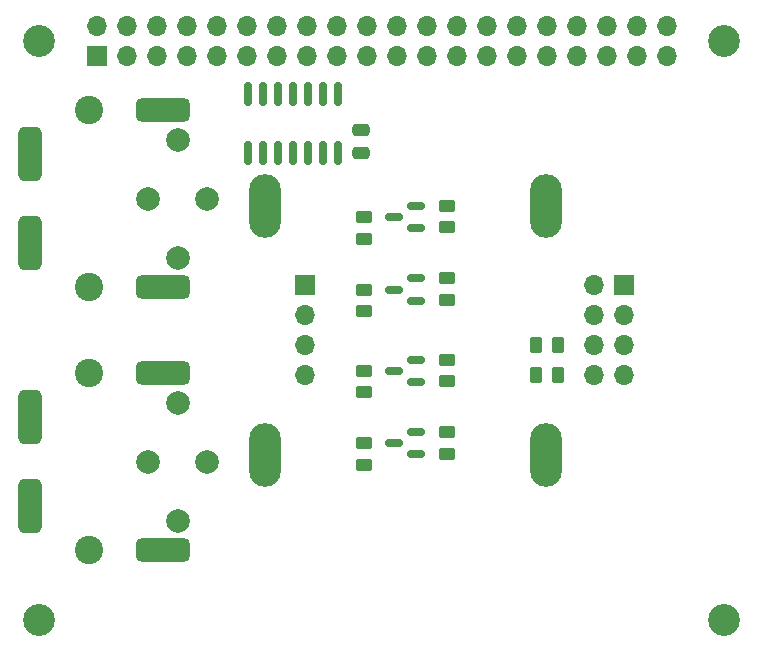
<source format=gts>
%TF.GenerationSoftware,KiCad,Pcbnew,(6.0.2)*%
%TF.CreationDate,2022-03-15T19:15:36-04:00*%
%TF.ProjectId,Pi1541_Main_Board,50693135-3431-45f4-9d61-696e5f426f61,1.0*%
%TF.SameCoordinates,Original*%
%TF.FileFunction,Soldermask,Top*%
%TF.FilePolarity,Negative*%
%FSLAX46Y46*%
G04 Gerber Fmt 4.6, Leading zero omitted, Abs format (unit mm)*
G04 Created by KiCad (PCBNEW (6.0.2)) date 2022-03-15 19:15:36*
%MOMM*%
%LPD*%
G01*
G04 APERTURE LIST*
G04 Aperture macros list*
%AMRoundRect*
0 Rectangle with rounded corners*
0 $1 Rounding radius*
0 $2 $3 $4 $5 $6 $7 $8 $9 X,Y pos of 4 corners*
0 Add a 4 corners polygon primitive as box body*
4,1,4,$2,$3,$4,$5,$6,$7,$8,$9,$2,$3,0*
0 Add four circle primitives for the rounded corners*
1,1,$1+$1,$2,$3*
1,1,$1+$1,$4,$5*
1,1,$1+$1,$6,$7*
1,1,$1+$1,$8,$9*
0 Add four rect primitives between the rounded corners*
20,1,$1+$1,$2,$3,$4,$5,0*
20,1,$1+$1,$4,$5,$6,$7,0*
20,1,$1+$1,$6,$7,$8,$9,0*
20,1,$1+$1,$8,$9,$2,$3,0*%
G04 Aperture macros list end*
%ADD10C,2.400000*%
%ADD11RoundRect,0.500000X-1.800000X0.500000X-1.800000X-0.500000X1.800000X-0.500000X1.800000X0.500000X0*%
%ADD12C,2.000000*%
%ADD13RoundRect,0.500000X-0.500000X-1.800000X0.500000X-1.800000X0.500000X1.800000X-0.500000X1.800000X0*%
%ADD14RoundRect,0.250000X-0.262500X-0.450000X0.262500X-0.450000X0.262500X0.450000X-0.262500X0.450000X0*%
%ADD15RoundRect,0.250000X0.450000X-0.262500X0.450000X0.262500X-0.450000X0.262500X-0.450000X-0.262500X0*%
%ADD16R,1.700000X1.700000*%
%ADD17O,1.700000X1.700000*%
%ADD18C,2.700000*%
%ADD19RoundRect,0.150000X0.587500X0.150000X-0.587500X0.150000X-0.587500X-0.150000X0.587500X-0.150000X0*%
%ADD20O,2.700000X5.400000*%
%ADD21RoundRect,0.250000X0.475000X-0.250000X0.475000X0.250000X-0.475000X0.250000X-0.475000X-0.250000X0*%
%ADD22RoundRect,0.150000X-0.150000X0.825000X-0.150000X-0.825000X0.150000X-0.825000X0.150000X0.825000X0*%
G04 APERTURE END LIST*
D10*
X114725000Y-102641666D03*
X114725000Y-87641666D03*
D11*
X120975000Y-102641666D03*
D12*
X122225000Y-100141666D03*
X119725000Y-95141666D03*
X122225000Y-90141666D03*
D11*
X120975000Y-87641666D03*
D12*
X124725000Y-95141666D03*
D13*
X109725000Y-98891666D03*
X109725000Y-91391666D03*
D14*
X152587500Y-85270000D03*
X154412500Y-85270000D03*
D15*
X145000000Y-81442724D03*
X145000000Y-79617724D03*
X145000000Y-94450000D03*
X145000000Y-92625000D03*
D16*
X133000000Y-80190000D03*
D17*
X133000000Y-82730000D03*
X133000000Y-85270000D03*
X133000000Y-87810000D03*
D10*
X114725000Y-65358333D03*
X114725000Y-80358333D03*
D11*
X120975000Y-80358333D03*
D12*
X122225000Y-77858333D03*
X119725000Y-72858333D03*
X122225000Y-67858333D03*
D11*
X120975000Y-65358333D03*
D12*
X124725000Y-72858333D03*
D13*
X109725000Y-69108333D03*
X109725000Y-76608333D03*
D18*
X168500000Y-108500000D03*
D15*
X138000000Y-95400000D03*
X138000000Y-93575000D03*
D14*
X152587500Y-87810000D03*
X154412500Y-87810000D03*
D18*
X110500000Y-108500000D03*
D16*
X160000000Y-80190000D03*
D17*
X157460000Y-80190000D03*
X160000000Y-82730000D03*
X157460000Y-82730000D03*
X160000000Y-85270000D03*
X157460000Y-85270000D03*
X160000000Y-87810000D03*
X157460000Y-87810000D03*
D19*
X142437500Y-81517724D03*
X142437500Y-79617724D03*
X140562500Y-80567724D03*
D15*
X138000000Y-82392724D03*
X138000000Y-80567724D03*
X138000000Y-89257267D03*
X138000000Y-87432267D03*
D20*
X153400000Y-94550000D03*
X129600000Y-73450000D03*
X153400000Y-73450000D03*
X129600000Y-94550000D03*
D21*
X137800000Y-68972500D03*
X137800000Y-67072500D03*
D19*
X142437500Y-94525000D03*
X142437500Y-92625000D03*
X140562500Y-93575000D03*
X142437500Y-75375000D03*
X142437500Y-73475000D03*
X140562500Y-74425000D03*
D15*
X145000000Y-75300000D03*
X145000000Y-73475000D03*
X145000000Y-88307267D03*
X145000000Y-86482267D03*
D18*
X110500000Y-59500000D03*
D22*
X135810000Y-64022500D03*
X134540000Y-64022500D03*
X133270000Y-64022500D03*
X132000000Y-64022500D03*
X130730000Y-64022500D03*
X129460000Y-64022500D03*
X128190000Y-64022500D03*
X128190000Y-68972500D03*
X129460000Y-68972500D03*
X130730000Y-68972500D03*
X132000000Y-68972500D03*
X133270000Y-68972500D03*
X134540000Y-68972500D03*
X135810000Y-68972500D03*
D18*
X168500000Y-59500000D03*
D15*
X138000000Y-76250000D03*
X138000000Y-74425000D03*
D19*
X142437500Y-88382267D03*
X142437500Y-86482267D03*
X140562500Y-87432267D03*
D16*
X115370000Y-60770000D03*
D17*
X115370000Y-58230000D03*
X117910000Y-60770000D03*
X117910000Y-58230000D03*
X120450000Y-60770000D03*
X120450000Y-58230000D03*
X122990000Y-60770000D03*
X122990000Y-58230000D03*
X125530000Y-60770000D03*
X125530000Y-58230000D03*
X128070000Y-60770000D03*
X128070000Y-58230000D03*
X130610000Y-60770000D03*
X130610000Y-58230000D03*
X133150000Y-60770000D03*
X133150000Y-58230000D03*
X135690000Y-60770000D03*
X135690000Y-58230000D03*
X138230000Y-60770000D03*
X138230000Y-58230000D03*
X140770000Y-60770000D03*
X140770000Y-58230000D03*
X143310000Y-60770000D03*
X143310000Y-58230000D03*
X145850000Y-60770000D03*
X145850000Y-58230000D03*
X148390000Y-60770000D03*
X148390000Y-58230000D03*
X150930000Y-60770000D03*
X150930000Y-58230000D03*
X153470000Y-60770000D03*
X153470000Y-58230000D03*
X156010000Y-60770000D03*
X156010000Y-58230000D03*
X158550000Y-60770000D03*
X158550000Y-58230000D03*
X161090000Y-60770000D03*
X161090000Y-58230000D03*
X163630000Y-60770000D03*
X163630000Y-58230000D03*
M02*

</source>
